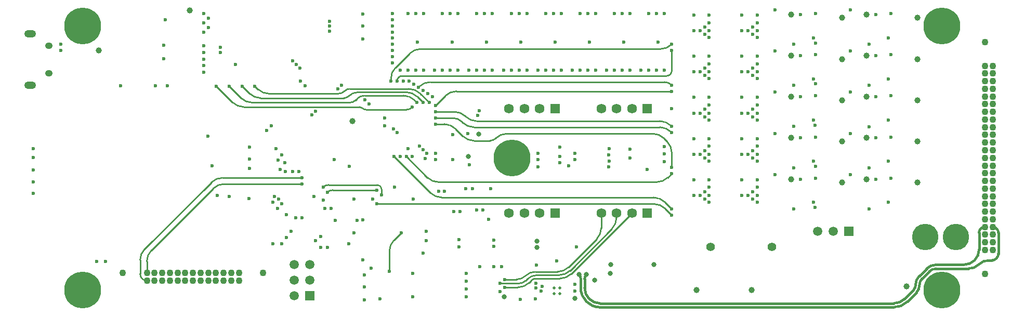
<source format=gbr>
%TF.GenerationSoftware,Altium Limited,Altium Designer,22.4.2 (48)*%
G04 Layer_Physical_Order=5*
G04 Layer_Color=16737945*
%FSLAX45Y45*%
%MOMM*%
%TF.SameCoordinates,DD45EC1B-027E-4741-A071-7A00BA1CB46E*%
%TF.FilePolarity,Positive*%
%TF.FileFunction,Copper,L5,Inr,Signal*%
%TF.Part,Single*%
G01*
G75*
%TA.AperFunction,Conductor*%
%ADD11C,0.25400*%
%ADD16C,0.38100*%
%TA.AperFunction,ComponentPad*%
%ADD77R,1.50000X1.50000*%
%ADD78C,4.30000*%
%ADD79C,1.10000*%
%ADD80C,1.59000*%
%ADD81R,1.59000X1.59000*%
%ADD82C,1.50000*%
%ADD83O,1.25000X1.05000*%
%ADD84O,1.90000X1.20000*%
%ADD85R,1.50000X1.50000*%
%TA.AperFunction,ViaPad*%
%ADD86C,0.60000*%
%ADD87C,1.00000*%
%ADD88C,0.80000*%
%ADD89C,0.50000*%
%ADD90C,6.00000*%
%ADD91C,1.40000*%
D11*
X6074497Y2975000D02*
G03*
X5990000Y2940000I0J-119497D01*
G01*
X9739791Y1645001D02*
G03*
X9919396Y1719396I0J254000D01*
G01*
X9779789Y1535002D02*
G03*
X9959394Y1609396I0J254000D01*
G01*
X9764790Y1590000D02*
G03*
X9944395Y1664395I0J254000D01*
G01*
X10375606Y2175606D02*
G03*
X10450000Y2355211I-179605J179605D01*
G01*
X10625603Y2345603D02*
G03*
X10699997Y2525208I-179605J179605D01*
G01*
X9075151Y1520002D02*
G03*
X9220000Y1580000I0J204847D01*
G01*
X9376927Y1645001D02*
G03*
X9220000Y1580000I0J-221929D01*
G01*
X9410000Y1590000D02*
G03*
X9239290Y1519290I0J-241421D01*
G01*
X9111364Y1455001D02*
G03*
X9220000Y1500000I0J153635D01*
G01*
X9390002Y1535002D02*
G03*
X9313181Y1503181I0J-108641D01*
G01*
X9094791Y1390002D02*
G03*
X9274396Y1464396I0J254000D01*
G01*
X7074395Y2158056D02*
G03*
X7000000Y1978450I179605J-179605D01*
G01*
X4310210Y3075000D02*
G03*
X4130605Y3000605I0J-254000D01*
G01*
X3124396Y1994396D02*
G03*
X3050002Y1814791I179605J-179605D01*
G01*
X4280210Y3175000D02*
G03*
X4100605Y3100605I0J-254000D01*
G01*
X3014395Y2014395D02*
G03*
X2940000Y1834790I179605J-179605D01*
G01*
Y1610003D02*
G03*
X3050001Y1500001I110001J0D01*
G01*
X6600000Y4515000D02*
G03*
X6471967Y4461967I0J-181066D01*
G01*
X6353432Y4400000D02*
G03*
X6450000Y4440000I0J136568D01*
G01*
X4585605Y4474395D02*
G03*
X4765210Y4400000I179605J179605D01*
G01*
X7409395Y4440605D02*
G03*
X7229790Y4515000I-179605J-179605D01*
G01*
X6491924Y4570000D02*
G03*
X6335000Y4505000I0J-221924D01*
G01*
X6262574Y4475000D02*
G03*
X6335000Y4505000I0J102426D01*
G01*
X4720605Y4549395D02*
G03*
X4900210Y4475000I179605J179605D01*
G01*
X4860605Y4619395D02*
G03*
X5040210Y4545000I179605J179605D01*
G01*
X6160000D02*
G03*
X6279497Y4594498I0J168995D01*
G01*
X6352426Y4625000D02*
G03*
X6280000Y4595000I0J-102426D01*
G01*
X7454395Y4495605D02*
G03*
X7274790Y4570000I-179605J-179605D01*
G01*
X7499395Y4550605D02*
G03*
X7319790Y4625000I-179605J-179605D01*
G01*
X7278432Y4285000D02*
G03*
X7375000Y4325000I0J136568D01*
G01*
X6560000Y4310000D02*
G03*
X6620355Y4285000I60355J60355D01*
G01*
X6560000Y4310000D02*
G03*
X6511716Y4330000I-48284J-48284D01*
G01*
X4445605Y4404395D02*
G03*
X4625210Y4330000I179605J179605D01*
G01*
X11584395Y3925605D02*
G03*
X11404790Y4000000I-179605J-179605D01*
G01*
X6875000Y2985000D02*
G03*
X6800000Y3060000I-75000J0D01*
G01*
X6009498D02*
G03*
X5925000Y3025000I0J-119497D01*
G01*
X8915211Y3895000D02*
G03*
X8735605Y3820605I0J-254000D01*
G01*
X11469395D02*
G03*
X11289790Y3895000I-179605J-179605D01*
G01*
X8195605Y4074395D02*
G03*
X8375210Y4000000I179605J179605D01*
G01*
X11354789Y3105000D02*
G03*
X11534395Y3179395I0J254000D01*
G01*
X7670605Y2929395D02*
G03*
X7850211Y2855000I179605J179605D01*
G01*
X7620605Y3179395D02*
G03*
X7800210Y3105000I179605J179605D01*
G01*
X11489395Y2675605D02*
G03*
X11309789Y2750000I-179605J-179605D01*
G01*
X11484395Y2780605D02*
G03*
X11304790Y2855000I-179605J-179605D01*
G01*
X11600000Y3584790D02*
G03*
X11525605Y3764395I-254000J0D01*
G01*
X8638432Y3780000D02*
G03*
X8735000Y3820000I0J136568D01*
G01*
X8195605Y3854395D02*
G03*
X8375210Y3780000I179605J179605D01*
G01*
X8074395Y3975605D02*
G03*
X7894790Y4050000I-179605J-179605D01*
G01*
X8180000Y4090000D02*
G03*
X8035147Y4150000I-144853J-144853D01*
G01*
X8240605Y4174395D02*
G03*
X8420210Y4100000I179605J179605D01*
G01*
X11584395Y4025605D02*
G03*
X11404790Y4100000I-179605J-179605D01*
G01*
X8235000Y4180000D02*
G03*
X8066005Y4250000I-168995J-168995D01*
G01*
X8090210Y4585000D02*
G03*
X7910605Y4510605I0J-254000D01*
G01*
X11600000Y4685000D02*
G03*
X11479289Y4735000I-120710J-120710D01*
G01*
X7665210D02*
G03*
X7485605Y4660605I0J-254000D01*
G01*
X11515000Y4835000D02*
G03*
X11600000Y4920000I0J85000D01*
G01*
X7210000Y4835000D02*
G03*
X7125000Y4750000I0J-85000D01*
G01*
X7099395Y4969395D02*
G03*
X7025000Y4789790I179605J-179605D01*
G01*
X7510210Y5275000D02*
G03*
X7330605Y5200605I0J-254000D01*
G01*
X11419790Y5275000D02*
G03*
X11599395Y5349395I0J254000D01*
G01*
X9919396Y1719396D02*
X10375606Y2175606D01*
X9959394Y1609396D02*
X10949999Y2600001D01*
X9944395Y1664395D02*
X10625603Y2345603D01*
X8880002Y1520002D02*
X9075151D01*
X9376927Y1645001D02*
X9739791D01*
X8800002Y1455001D02*
X9111364D01*
X10450000Y2355211D02*
Y2600001D01*
X9410000Y1590000D02*
X9764790D01*
X10699997Y2525208D02*
Y2600001D01*
X9220000Y1500000D02*
X9239290Y1519290D01*
X9274396Y1464396D02*
X9313181Y1503181D01*
X9390002Y1535002D02*
X9779789D01*
X8880002Y1390002D02*
X9094791D01*
X7074395Y2158056D02*
X7195000Y2278661D01*
X4310210Y3075000D02*
X5575000D01*
X3124396Y1994396D02*
X4130605Y3000605D01*
X3050002Y1625000D02*
Y1814791D01*
X3014395Y2014395D02*
X4100605Y3100605D01*
X4280210Y3175000D02*
X5575000D01*
X3050001Y1500000D02*
Y1500001D01*
X2940000Y1610003D02*
Y1834790D01*
X7000000Y1650000D02*
Y1978450D01*
X6600000Y4515000D02*
X7229790D01*
X4765210Y4400000D02*
X6353432D01*
X6450000Y4440000D02*
X6471967Y4461967D01*
X4625210Y4330000D02*
X6511716D01*
X7409395Y4440605D02*
X7450000Y4400000D01*
X6491924Y4570000D02*
X7274790D01*
X4900210Y4475000D02*
X6262574D01*
X4600000Y4670000D02*
X4720605Y4549395D01*
X6352426Y4625000D02*
X7319790D01*
X4390000Y4670000D02*
X4585605Y4474395D01*
X4810000Y4670000D02*
X4860605Y4619395D01*
X5040210Y4545000D02*
X6160000D01*
X6279497Y4594498D02*
X6280000Y4595000D01*
X7454395Y4495605D02*
X7550000Y4400000D01*
X7499395Y4550605D02*
X7650000Y4400000D01*
X6620355Y4285000D02*
X7278432D01*
X4180000Y4670000D02*
X4445605Y4404395D01*
X11584395Y3925605D02*
X11595000Y3915000D01*
X6875000Y2900000D02*
Y2985000D01*
X6009498Y3060000D02*
X6800000D01*
X6074497Y2975000D02*
X6800000D01*
X8915211Y3895000D02*
X11289790D01*
X8375210Y4000000D02*
X11404790D01*
X7800210Y3105000D02*
X11354789D01*
X7750000Y4150000D02*
X8035147D01*
X7750000Y4050000D02*
X7894790D01*
X7750000Y4250000D02*
X8066005D01*
X7075000Y3525000D02*
X7670605Y2929395D01*
X7275000Y3525000D02*
X7620605Y3179395D01*
X11534395D02*
X11600000Y3245000D01*
X7850211Y2855000D02*
X11304790D01*
X11489395Y2675605D02*
X11595000Y2570000D01*
X6800000Y2750000D02*
X11309789D01*
X11484395Y2780605D02*
X11595000Y2670000D01*
X11600000Y3345000D02*
Y3584790D01*
X11469395Y3820605D02*
X11525605Y3764395D01*
X8735000Y3820000D02*
X8735605Y3820605D01*
X8375210Y3780000D02*
X8638432D01*
X8074395Y3975605D02*
X8195605Y3854395D01*
X8180000Y4090000D02*
X8195605Y4074395D01*
X8235000Y4180000D02*
X8240605Y4174395D01*
X11584395Y4025605D02*
X11595000Y4015000D01*
X8420210Y4100000D02*
X11404790D01*
X7210000Y4835000D02*
X11515000D01*
X7665210Y4735000D02*
X11479289D01*
X8090210Y4585000D02*
X11600000D01*
X7750000Y4350000D02*
X7910605Y4510605D01*
X7475000Y4650000D02*
X7485605Y4660605D01*
X7025000Y4750000D02*
Y4789790D01*
X11600000Y4920000D02*
Y5250000D01*
X7099395Y4969395D02*
X7330605Y5200605D01*
X7565000Y5275000D02*
X11419790Y5275000D01*
X7510210Y5275000D02*
X7565000D01*
X11599395Y5349395D02*
X11600000Y5350000D01*
D16*
X16700000Y2375000D02*
G03*
X16605000Y2280000I0J-95000D01*
G01*
X16356528Y1758500D02*
G03*
X16605000Y2006972I0J248472D01*
G01*
X15903500Y1758500D02*
G03*
X15750198Y1695000I0J-216801D01*
G01*
X15632524Y1577327D02*
G03*
X15571500Y1430000I147327J-147326D01*
G01*
X15537206Y1347204D02*
G03*
X15571500Y1430000I-82796J82796D01*
G01*
X15214041Y1129250D02*
G03*
X15393646Y1203645I0J254000D01*
G01*
X10210000Y1600000D02*
G03*
X10180000Y1527574I72426J-72426D01*
G01*
Y1383249D02*
G03*
X10434000Y1129249I254000J0D01*
G01*
X16920000Y2280000D02*
G03*
X16825000Y2375000I-95000J0D01*
G01*
X16810001Y1830000D02*
G03*
X16920000Y1940000I0J110000D01*
G01*
X16755708Y1830000D02*
G03*
X16609395Y1769395I0J-206919D01*
G01*
X16429790Y1695000D02*
G03*
X16609395Y1769395I0J254000D01*
G01*
X15903500Y1695000D02*
G03*
X15795099Y1650099I0J-153301D01*
G01*
X15582106Y1302303D02*
G03*
X15635001Y1430000I-127697J127697D01*
G01*
X15214040Y1065750D02*
G03*
X15438547Y1158744I0J317500D01*
G01*
X10116500Y1383249D02*
G03*
X10434000Y1065749I317500J0D01*
G01*
X10116500Y1536023D02*
G03*
X10090000Y1600000I-90477J0D01*
G01*
X15677426Y1532425D02*
G03*
X15635001Y1430000I102425J-102425D01*
G01*
X16605000Y2006972D02*
Y2280000D01*
X15903500Y1758500D02*
X16356528D01*
X15632524Y1577327D02*
X15632526Y1577327D01*
X15393646Y1203645D02*
X15537206Y1347204D01*
X10740000Y1129249D02*
X15214041Y1129250D01*
X10434000Y1129249D02*
X10740000D01*
X10180000Y1383249D02*
Y1527574D01*
X16920000Y1940000D02*
Y2280000D01*
X16755708Y1830000D02*
X16810001D01*
X15903500Y1695000D02*
X16429790D01*
X15438547Y1158744D02*
X15582106Y1302303D01*
X10740000Y1065749D02*
X15214040Y1065750D01*
X10434000Y1065749D02*
X10740000D01*
X10116500Y1383249D02*
Y1536023D01*
X15632526Y1577327D02*
X15750198Y1695000D01*
X15677426Y1532426D02*
X15795099Y1650099D01*
D77*
X14480000Y2300000D02*
D03*
D78*
X15724995Y2210000D02*
D03*
X16225000Y2210000D02*
D03*
D79*
X16700000Y4875000D02*
D03*
X16825000D02*
D03*
X16700000Y4625000D02*
D03*
X16825000D02*
D03*
X16700000Y4375000D02*
D03*
X16825000D02*
D03*
X16700000Y4125000D02*
D03*
X16825000D02*
D03*
X16700000Y3875000D02*
D03*
X16825000D02*
D03*
X16700000Y3625000D02*
D03*
X16825000D02*
D03*
X16700000Y3375000D02*
D03*
X16825000D02*
D03*
X16700000Y3125000D02*
D03*
X16825000D02*
D03*
X16700000Y2875000D02*
D03*
X16825000D02*
D03*
X16700000Y2625000D02*
D03*
X16825000D02*
D03*
X2660000Y1625000D02*
D03*
X4940001Y1625000D02*
D03*
X3050001Y1500001D02*
D03*
X3175000D02*
D03*
X3299998D02*
D03*
X3425002D02*
D03*
X3550001D02*
D03*
X3674999D02*
D03*
X3800003D02*
D03*
X3925001D02*
D03*
X4050000D02*
D03*
X4174998D02*
D03*
X4300002D02*
D03*
X4425000D02*
D03*
X4549998D02*
D03*
X3050002Y1625000D02*
D03*
X3175000D02*
D03*
X3299998D02*
D03*
X3425002D02*
D03*
X3550000D02*
D03*
X3674999D02*
D03*
X3800003D02*
D03*
X3925001D02*
D03*
X4050000D02*
D03*
X4174998D02*
D03*
X4300002D02*
D03*
X4425000D02*
D03*
X4549999D02*
D03*
X16700000Y2500000D02*
D03*
X16825000Y2375000D02*
D03*
Y2500000D02*
D03*
X16700000Y2250000D02*
D03*
X16825000D02*
D03*
X16700000Y2125000D02*
D03*
X16825000D02*
D03*
X16700000Y2375000D02*
D03*
Y2000000D02*
D03*
X16825000D02*
D03*
X16700000Y1610000D02*
D03*
Y5390000D02*
D03*
X16825000Y2750000D02*
D03*
Y3000000D02*
D03*
Y3250000D02*
D03*
Y3500000D02*
D03*
Y3750000D02*
D03*
Y4000000D02*
D03*
Y4250000D02*
D03*
Y4500000D02*
D03*
Y4750000D02*
D03*
Y5000000D02*
D03*
X16700000Y2750000D02*
D03*
Y3000000D02*
D03*
Y3250000D02*
D03*
Y3500000D02*
D03*
Y3750000D02*
D03*
Y4000000D02*
D03*
Y4250000D02*
D03*
Y4500000D02*
D03*
Y4750000D02*
D03*
Y5000000D02*
D03*
D80*
X8949998Y4299999D02*
D03*
X9200000D02*
D03*
X9450002D02*
D03*
X10949999Y2600001D02*
D03*
X10699997D02*
D03*
X10450000D02*
D03*
X10950002Y4300002D02*
D03*
X10700000D02*
D03*
X10449998D02*
D03*
X8949998Y2599999D02*
D03*
X9200000D02*
D03*
X9450002D02*
D03*
D81*
X9699999Y4299999D02*
D03*
X11200001Y2600001D02*
D03*
X11199999Y4300001D02*
D03*
X9699999Y2599999D02*
D03*
D82*
X13972000Y2300000D02*
D03*
X14225999D02*
D03*
X5451000Y1251000D02*
D03*
X5705000Y1505000D02*
D03*
X5451000D02*
D03*
X5705000Y1759000D02*
D03*
X5451000D02*
D03*
D83*
X1450000Y5322500D02*
D03*
Y4877497D02*
D03*
D84*
X1150001Y4682502D02*
D03*
X1150001Y5517501D02*
D03*
D85*
X5705000Y1251000D02*
D03*
D86*
X7380000Y1240491D02*
D03*
Y1621491D02*
D03*
X5990000Y2940000D02*
D03*
X5925858Y2810000D02*
D03*
X10050000Y2050000D02*
D03*
X10020000Y1440000D02*
D03*
Y1330000D02*
D03*
X9727502Y1822502D02*
D03*
X8620000Y2500000D02*
D03*
X8700000Y2160000D02*
D03*
Y2060000D02*
D03*
X9135002Y1199050D02*
D03*
X9380002Y1205001D02*
D03*
X9385002Y1460001D02*
D03*
Y1380001D02*
D03*
X9395000Y1755000D02*
D03*
X9470002Y1330001D02*
D03*
X9485002Y1410001D02*
D03*
X8800002Y1325001D02*
D03*
X8880002Y1390002D02*
D03*
X8800002Y1455001D02*
D03*
X8880002Y1520002D02*
D03*
X8700000Y1725000D02*
D03*
X8825000D02*
D03*
X7600000Y2150000D02*
D03*
Y2300000D02*
D03*
X7195000Y2278661D02*
D03*
X6700000Y1700000D02*
D03*
X5880000Y2040000D02*
D03*
X5990000D02*
D03*
X6118446Y2485000D02*
D03*
X5800000Y2150000D02*
D03*
X5880000Y2220000D02*
D03*
X8130000Y2050000D02*
D03*
Y2170000D02*
D03*
X5475000Y2525000D02*
D03*
X5575000D02*
D03*
X8050000Y2625000D02*
D03*
X6050000Y2675000D02*
D03*
X8650000Y3000000D02*
D03*
X5950000Y2675000D02*
D03*
X5770000Y2870000D02*
D03*
X4050000Y5775000D02*
D03*
X3975000Y5700000D02*
D03*
X4050000Y5625000D02*
D03*
X7300000Y3650000D02*
D03*
X9920000Y3370000D02*
D03*
X11475000Y3687501D02*
D03*
Y3562498D02*
D03*
Y3437499D02*
D03*
X10580000Y3450000D02*
D03*
X10920000Y3500000D02*
D03*
Y3640000D02*
D03*
X10020000Y3570000D02*
D03*
Y3470000D02*
D03*
X3350000Y5750000D02*
D03*
X9425000Y3350000D02*
D03*
X8150000Y2625000D02*
D03*
X2235000Y1815000D02*
D03*
X2375000D02*
D03*
X7550000Y1950000D02*
D03*
X6925000Y4025000D02*
D03*
Y4150000D02*
D03*
X5575000Y3075000D02*
D03*
Y3175000D02*
D03*
X7000000Y1650000D02*
D03*
X6850000Y1200000D02*
D03*
X7375000Y4325000D02*
D03*
X7450000Y4400000D02*
D03*
X7550000D02*
D03*
X7650000D02*
D03*
X4495000Y5025000D02*
D03*
X4180000Y4670000D02*
D03*
X4390000D02*
D03*
X4600000D02*
D03*
X4810000D02*
D03*
X11595000Y3915000D02*
D03*
X12209999Y5570000D02*
D03*
X5925000Y3025000D02*
D03*
X4715000Y2840000D02*
D03*
X4390000Y2875000D02*
D03*
X4200000Y2890000D02*
D03*
X4110000Y3370000D02*
D03*
X4045000Y3850000D02*
D03*
X5125000Y2875000D02*
D03*
X5220000Y3315000D02*
D03*
X5000000Y3950000D02*
D03*
X5075000Y4025000D02*
D03*
X5300000Y3425000D02*
D03*
X5190000Y3465000D02*
D03*
X5525000Y3275000D02*
D03*
X5425000D02*
D03*
X6800000Y2975000D02*
D03*
X6875000Y2900000D02*
D03*
X7390000Y2830000D02*
D03*
X7085000Y3020000D02*
D03*
X5625000Y4675000D02*
D03*
X5550000Y4750000D02*
D03*
X11600000Y4300001D02*
D03*
X8245000Y3000000D02*
D03*
X8350000D02*
D03*
X8425000Y2650000D02*
D03*
X8525000D02*
D03*
X6570000Y2487300D02*
D03*
X6475000Y2485000D02*
D03*
X6420000Y2275000D02*
D03*
X7750000Y4150000D02*
D03*
Y4050000D02*
D03*
Y4250000D02*
D03*
X7900000Y2955000D02*
D03*
X7800000D02*
D03*
X12839998Y2890000D02*
D03*
X11600000Y3245000D02*
D03*
X7175000Y3525000D02*
D03*
X7075000D02*
D03*
X7275000D02*
D03*
X7375000D02*
D03*
X8475000Y1725000D02*
D03*
X15170000Y3170000D02*
D03*
X7992997Y4930001D02*
D03*
X7865997D02*
D03*
X8119997D02*
D03*
X7475000Y4650000D02*
D03*
X7225000Y4750000D02*
D03*
X7125000D02*
D03*
X7178998Y4930001D02*
D03*
X11960059Y5154931D02*
D03*
X12209999Y5155000D02*
D03*
X11959999Y5825000D02*
D03*
X12209999D02*
D03*
Y5700000D02*
D03*
X6800000Y2750000D02*
D03*
X7750000Y3575000D02*
D03*
Y3475000D02*
D03*
X12209999Y3145000D02*
D03*
Y3020000D02*
D03*
X7700000Y4500000D02*
D03*
X7625000Y4550000D02*
D03*
X7550000Y4600000D02*
D03*
X7400000Y4700000D02*
D03*
X7325000Y4750000D02*
D03*
X7750000Y4350000D02*
D03*
X7025000Y4750000D02*
D03*
X7050000Y5050000D02*
D03*
Y5150000D02*
D03*
X7460000Y5385000D02*
D03*
X9140000D02*
D03*
X7050000Y5250000D02*
D03*
X11600000Y4585000D02*
D03*
X7050000Y5350000D02*
D03*
Y5450000D02*
D03*
X11098997Y4930001D02*
D03*
X7050000Y5550000D02*
D03*
Y5650000D02*
D03*
Y5750000D02*
D03*
X1200000Y3510000D02*
D03*
X7559998Y5854998D02*
D03*
X7305998D02*
D03*
X8030000Y3880000D02*
D03*
X8035000Y3470000D02*
D03*
X8985997Y5854998D02*
D03*
X7050000Y5850000D02*
D03*
X12989998Y5570000D02*
D03*
X12989999Y5460000D02*
D03*
X12739998Y5825000D02*
D03*
X11600000Y3345000D02*
D03*
X12989998Y3145000D02*
D03*
X6025000Y5565000D02*
D03*
Y5645000D02*
D03*
Y5725000D02*
D03*
X5545000Y4960000D02*
D03*
X5485000Y5020000D02*
D03*
X5425000Y5080000D02*
D03*
X7865997Y5854998D02*
D03*
X11225997D02*
D03*
X7992997D02*
D03*
X11352997D02*
D03*
Y4930001D02*
D03*
X9545997Y5854998D02*
D03*
X10919997D02*
D03*
X10105997D02*
D03*
X10665997D02*
D03*
X11595000Y2570000D02*
D03*
Y2670000D02*
D03*
Y4015000D02*
D03*
X11600000Y4685000D02*
D03*
X13935001Y2690000D02*
D03*
X13939999Y3365000D02*
D03*
X13935001Y4035000D02*
D03*
X13939999Y4705000D02*
D03*
X11600000Y5250000D02*
D03*
Y5350000D02*
D03*
X14510001Y5240000D02*
D03*
X13939999Y5370000D02*
D03*
X7124491Y3913275D02*
D03*
X7610000Y3570000D02*
D03*
X7550000Y3630000D02*
D03*
X7580000Y3490000D02*
D03*
X8460000Y4270000D02*
D03*
X7490000Y3690000D02*
D03*
X8440000Y4190000D02*
D03*
X5400000Y2300000D02*
D03*
X10575000Y3350000D02*
D03*
Y3550000D02*
D03*
X10580000Y3650000D02*
D03*
X9780000Y3675000D02*
D03*
X9425000Y3575000D02*
D03*
X9775000Y3525000D02*
D03*
X9425000Y3475000D02*
D03*
X9775000Y3425000D02*
D03*
X8255000Y1621491D02*
D03*
Y1494491D02*
D03*
Y1240491D02*
D03*
Y1367491D02*
D03*
X1650000Y5250000D02*
D03*
X3975000Y5215000D02*
D03*
X4250000Y5220000D02*
D03*
Y5305000D02*
D03*
X6725000Y2825000D02*
D03*
X8300000Y3390000D02*
D03*
X8274998Y3900000D02*
D03*
X3325000Y5111249D02*
D03*
Y5331249D02*
D03*
X3975000Y4896248D02*
D03*
Y5105000D02*
D03*
Y5330000D02*
D03*
Y5550000D02*
D03*
Y5001252D02*
D03*
Y5850000D02*
D03*
X5305000Y3280000D02*
D03*
X5325000Y2575000D02*
D03*
Y2200000D02*
D03*
X5250000Y2100000D02*
D03*
X5100000D02*
D03*
X5250000Y2750000D02*
D03*
X5200000Y2825000D02*
D03*
X5175000Y2675000D02*
D03*
X5100000Y2775000D02*
D03*
X6425000Y2825000D02*
D03*
X4725000Y3325000D02*
D03*
Y3480000D02*
D03*
Y3675000D02*
D03*
X3379998Y4675000D02*
D03*
X3190000D02*
D03*
X2620000D02*
D03*
X1200000Y3650000D02*
D03*
Y3300000D02*
D03*
Y3110000D02*
D03*
Y2925000D02*
D03*
X6600000Y4450000D02*
D03*
X6345000Y3360000D02*
D03*
X6100000Y3475000D02*
D03*
X5250000Y3550000D02*
D03*
X5155000Y3650000D02*
D03*
X6160000Y4620000D02*
D03*
X5740000Y4200000D02*
D03*
X6669950Y4380000D02*
D03*
X5800000Y4260000D02*
D03*
X6220000Y4680000D02*
D03*
X7065000Y3975000D02*
D03*
X14924805Y5835195D02*
D03*
X12989998Y5700000D02*
D03*
X15170000Y5850000D02*
D03*
X15130000Y5455000D02*
D03*
X12989998Y5825000D02*
D03*
X14510001Y5910000D02*
D03*
X14814999Y5350000D02*
D03*
X13700000Y5835000D02*
D03*
X13945000Y5850000D02*
D03*
X12210000Y5460000D02*
D03*
X13905000Y5455000D02*
D03*
X13285001Y5910000D02*
D03*
X13590096Y5350394D02*
D03*
X14925000Y5165000D02*
D03*
X12989998Y5030000D02*
D03*
X15170000Y5180000D02*
D03*
X12989999Y4790000D02*
D03*
X15130000Y4785000D02*
D03*
X12989998Y5155000D02*
D03*
Y4900000D02*
D03*
X14814999Y4680000D02*
D03*
X13700000Y5165000D02*
D03*
X12209999Y5030000D02*
D03*
X13945000Y5180000D02*
D03*
X12210000Y4790000D02*
D03*
X13905000Y4785000D02*
D03*
X13285001Y5240000D02*
D03*
X12209999Y4900000D02*
D03*
X13590096Y4680394D02*
D03*
X14925000Y4495000D02*
D03*
X12989998Y4360000D02*
D03*
X15170000Y4510000D02*
D03*
X12989999Y4120000D02*
D03*
X15130000Y4115000D02*
D03*
X12989998Y4485000D02*
D03*
X14510001Y4570000D02*
D03*
X12989998Y4230000D02*
D03*
X14814999Y4010000D02*
D03*
X13700000Y4495000D02*
D03*
X12209999Y4360000D02*
D03*
X13945000Y4510000D02*
D03*
X12210000Y4120000D02*
D03*
X13905000Y4115000D02*
D03*
X12209999Y4485000D02*
D03*
X13285001Y4570000D02*
D03*
X12209999Y4230000D02*
D03*
X13590096Y4010394D02*
D03*
X14925000Y3825000D02*
D03*
X12989998Y3690000D02*
D03*
X15170000Y3840000D02*
D03*
X12989999Y3450000D02*
D03*
X15130000Y3445000D02*
D03*
X12989998Y3815000D02*
D03*
X14510001Y3900000D02*
D03*
X12989998Y3560000D02*
D03*
X14814999Y3340000D02*
D03*
X13700000Y3825000D02*
D03*
X12209999Y3690000D02*
D03*
X13945000Y3840000D02*
D03*
X12210000Y3450000D02*
D03*
X13905000Y3445000D02*
D03*
X12209999Y3815000D02*
D03*
X13285001Y3900000D02*
D03*
X12209999Y3560000D02*
D03*
X13589999Y3340000D02*
D03*
X6590000Y1395000D02*
D03*
X6590000Y1190000D02*
D03*
X6590000Y1595000D02*
D03*
X6565000Y5844999D02*
D03*
Y5645000D02*
D03*
Y5440000D02*
D03*
Y1835001D02*
D03*
X6340000Y2100000D02*
D03*
X11479997Y4930001D02*
D03*
X8858997D02*
D03*
X8985997D02*
D03*
X8425997D02*
D03*
X8552997D02*
D03*
X8679997D02*
D03*
X10538997D02*
D03*
X9112997Y5854998D02*
D03*
X10232997D02*
D03*
X10359997D02*
D03*
X8679997D02*
D03*
X11225997Y4930001D02*
D03*
X11479997Y5854998D02*
D03*
X11379999Y5385000D02*
D03*
X10665997Y4930001D02*
D03*
X10919997D02*
D03*
X10792997Y5854998D02*
D03*
X10819999Y5385000D02*
D03*
X10792997Y4930001D02*
D03*
X10105997D02*
D03*
X10359997D02*
D03*
X9978997D02*
D03*
X10260000Y5385000D02*
D03*
X10232997Y4930001D02*
D03*
X9545997D02*
D03*
X9799997D02*
D03*
X9672997Y5854998D02*
D03*
X9799997D02*
D03*
X9418997Y4930001D02*
D03*
X9700000Y5385000D02*
D03*
X9672997Y4930001D02*
D03*
X9239997D02*
D03*
Y5854998D02*
D03*
X9112997Y4930001D02*
D03*
X8552997Y5854998D02*
D03*
X8298997Y4930001D02*
D03*
X8580000Y5385000D02*
D03*
X8425997Y5854998D02*
D03*
X8119997D02*
D03*
X7738997Y4930001D02*
D03*
X8020000Y5385000D02*
D03*
X11200001Y3312501D02*
D03*
X7432998Y5854998D02*
D03*
X1650000Y5350000D02*
D03*
X14925000Y3155000D02*
D03*
X7432998Y4930001D02*
D03*
X7559998D02*
D03*
X7305998D02*
D03*
X13589925Y2670135D02*
D03*
X12739998Y3145000D02*
D03*
X12059999Y2890000D02*
D03*
X12209999D02*
D03*
X12210000Y2780000D02*
D03*
X11959999Y2890000D02*
D03*
X12135000Y2830000D02*
D03*
X11959999Y3145000D02*
D03*
X12134999Y2950000D02*
D03*
X12989998Y3020000D02*
D03*
Y2890000D02*
D03*
X12989999Y2780000D02*
D03*
X12739998Y2890000D02*
D03*
X12914999Y2830000D02*
D03*
X12914998Y2950000D02*
D03*
X12059999Y3560000D02*
D03*
X11959999D02*
D03*
X12135000Y3500000D02*
D03*
X11959999Y3815000D02*
D03*
X12134999Y3620000D02*
D03*
X12839998Y3560000D02*
D03*
X12739998D02*
D03*
X12914999Y3500000D02*
D03*
X12739998Y3815000D02*
D03*
X12914998Y3620000D02*
D03*
X12059999Y4230000D02*
D03*
X11959999D02*
D03*
X12135000Y4170000D02*
D03*
X11959999Y4485000D02*
D03*
X12134999Y4290000D02*
D03*
X12839998Y4230000D02*
D03*
X12739998D02*
D03*
X12914999Y4170000D02*
D03*
X12739998Y4485000D02*
D03*
X12914998Y4290000D02*
D03*
X12059999Y4900000D02*
D03*
X11959999D02*
D03*
X12135000Y4840000D02*
D03*
X12134999Y4960000D02*
D03*
X12839998Y4900000D02*
D03*
X12739998D02*
D03*
X12914999Y4840000D02*
D03*
X12739998Y5155000D02*
D03*
X12914998Y4960000D02*
D03*
X12059999Y5570000D02*
D03*
X11959999D02*
D03*
X12135000Y5510000D02*
D03*
X12134999Y5630000D02*
D03*
X12914999Y5510000D02*
D03*
X12914998Y5630000D02*
D03*
X12839998Y5570000D02*
D03*
X12739998D02*
D03*
X13285001Y3230000D02*
D03*
X13905000Y2775000D02*
D03*
X13945000Y3170000D02*
D03*
X13700000Y3155000D02*
D03*
X14814999Y2670000D02*
D03*
X14510001Y3230000D02*
D03*
X15130000Y2775000D02*
D03*
D87*
X14770000Y3155000D02*
D03*
X13544904Y3154606D02*
D03*
X13545000Y3825000D02*
D03*
X14770000D02*
D03*
X13545000Y4495000D02*
D03*
X14770000D02*
D03*
X13545000Y5165000D02*
D03*
X14770000D02*
D03*
X13545000Y5835000D02*
D03*
X14770000D02*
D03*
X6395000Y4100000D02*
D03*
X12900000Y1349999D02*
D03*
X11999999Y1350000D02*
D03*
X15420000Y1410000D02*
D03*
X15600000Y5780000D02*
D03*
X14375000D02*
D03*
X15600000Y5110000D02*
D03*
X14375000D02*
D03*
X15600000Y4440000D02*
D03*
X14375000D02*
D03*
X15600000Y3770000D02*
D03*
X14375000D02*
D03*
X3750000Y5900000D02*
D03*
X2265000Y5250000D02*
D03*
X14375000Y3100000D02*
D03*
X15600000D02*
D03*
D88*
X9400000Y2040000D02*
D03*
Y2140000D02*
D03*
X10210000Y1600000D02*
D03*
X10090000D02*
D03*
X10025002Y1210001D02*
D03*
X8870002Y1235001D02*
D03*
X10345000Y1510000D02*
D03*
X8455000Y3890000D02*
D03*
X10610000Y1765000D02*
D03*
X10600000Y1615000D02*
D03*
X11310000Y1760000D02*
D03*
X8290403Y3525002D02*
D03*
D89*
X9680002Y1385001D02*
D03*
X9780002D02*
D03*
X9680002Y1285001D02*
D03*
X9780002D02*
D03*
D90*
X16000000Y5650000D02*
D03*
X9000000Y3500000D02*
D03*
X16000000Y1350000D02*
D03*
X2000000Y5650000D02*
D03*
Y1350000D02*
D03*
D91*
X13230000Y2050000D02*
D03*
X12230000D02*
D03*
%TF.MD5,b7602588d8937de8d9eb05b8e807a08b*%
M02*

</source>
